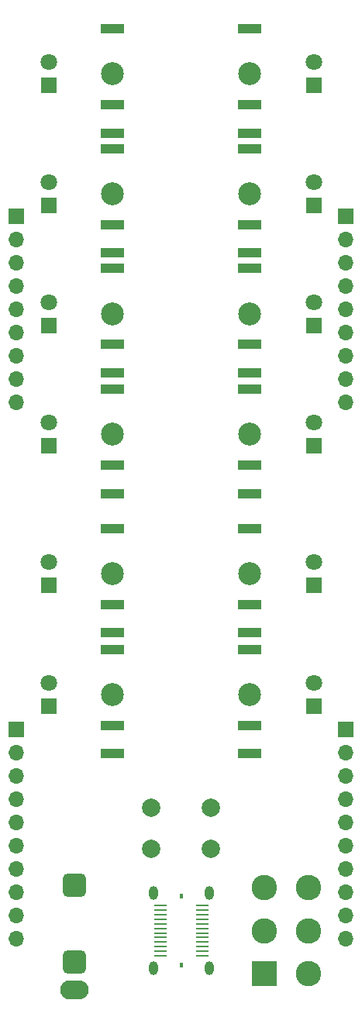
<source format=gbr>
G04 #@! TF.GenerationSoftware,KiCad,Pcbnew,8.0.4*
G04 #@! TF.CreationDate,2024-08-08T14:54:58+01:00*
G04 #@! TF.ProjectId,MidiMonger_controls,4d696469-4d6f-46e6-9765-725f636f6e74,rev?*
G04 #@! TF.SameCoordinates,Original*
G04 #@! TF.FileFunction,Soldermask,Top*
G04 #@! TF.FilePolarity,Negative*
%FSLAX46Y46*%
G04 Gerber Fmt 4.6, Leading zero omitted, Abs format (unit mm)*
G04 Created by KiCad (PCBNEW 8.0.4) date 2024-08-08 14:54:58*
%MOMM*%
%LPD*%
G01*
G04 APERTURE LIST*
G04 Aperture macros list*
%AMRoundRect*
0 Rectangle with rounded corners*
0 $1 Rounding radius*
0 $2 $3 $4 $5 $6 $7 $8 $9 X,Y pos of 4 corners*
0 Add a 4 corners polygon primitive as box body*
4,1,4,$2,$3,$4,$5,$6,$7,$8,$9,$2,$3,0*
0 Add four circle primitives for the rounded corners*
1,1,$1+$1,$2,$3*
1,1,$1+$1,$4,$5*
1,1,$1+$1,$6,$7*
1,1,$1+$1,$8,$9*
0 Add four rect primitives between the rounded corners*
20,1,$1+$1,$2,$3,$4,$5,0*
20,1,$1+$1,$4,$5,$6,$7,0*
20,1,$1+$1,$6,$7,$8,$9,0*
20,1,$1+$1,$8,$9,$2,$3,0*%
G04 Aperture macros list end*
%ADD10R,1.700000X1.700000*%
%ADD11O,1.700000X1.700000*%
%ADD12R,1.800000X1.800000*%
%ADD13C,1.800000*%
%ADD14C,2.500000*%
%ADD15R,2.500000X1.000000*%
%ADD16C,2.000000*%
%ADD17O,0.400000X0.600000*%
%ADD18R,1.400000X0.270000*%
%ADD19O,1.000000X1.500000*%
%ADD20R,2.775000X2.775000*%
%ADD21C,2.775000*%
%ADD22RoundRect,0.650000X-0.650000X-0.650000X0.650000X-0.650000X0.650000X0.650000X-0.650000X0.650000X0*%
%ADD23O,3.100000X2.100000*%
G04 APERTURE END LIST*
D10*
X138000000Y-124000000D03*
D11*
X138000000Y-126540000D03*
X138000000Y-129080000D03*
X138000000Y-131620000D03*
X138000000Y-134160000D03*
X138000000Y-136700000D03*
X138000000Y-139240000D03*
X138000000Y-141780000D03*
X138000000Y-144320000D03*
X138000000Y-146860000D03*
D10*
X102000000Y-124000000D03*
D11*
X102000000Y-126540000D03*
X102000000Y-129080000D03*
X102000000Y-131620000D03*
X102000000Y-134160000D03*
X102000000Y-136700000D03*
X102000000Y-139240000D03*
X102000000Y-141780000D03*
X102000000Y-144320000D03*
X102000000Y-146860000D03*
D10*
X138000000Y-68000000D03*
D11*
X138000000Y-70540000D03*
X138000000Y-73080000D03*
X138000000Y-75620000D03*
X138000000Y-78160000D03*
X138000000Y-80700000D03*
X138000000Y-83240000D03*
X138000000Y-85780000D03*
X138000000Y-88320000D03*
D10*
X102000000Y-68000000D03*
D11*
X102000000Y-70540000D03*
X102000000Y-73080000D03*
X102000000Y-75620000D03*
X102000000Y-78160000D03*
X102000000Y-80700000D03*
X102000000Y-83240000D03*
X102000000Y-85780000D03*
X102000000Y-88320000D03*
D12*
X134500000Y-53670000D03*
D13*
X134500000Y-51130000D03*
D12*
X134500000Y-66770000D03*
D13*
X134500000Y-64230000D03*
D12*
X134500000Y-93070000D03*
D13*
X134500000Y-90530000D03*
D12*
X105500000Y-66770000D03*
D13*
X105500000Y-64230000D03*
D12*
X105500000Y-79870000D03*
D13*
X105500000Y-77330000D03*
D12*
X105500000Y-93070000D03*
D13*
X105500000Y-90530000D03*
D12*
X134500000Y-108270000D03*
D13*
X134500000Y-105730000D03*
D12*
X105500000Y-121470000D03*
D13*
X105500000Y-118930000D03*
D14*
X127500000Y-78600000D03*
D15*
X127500000Y-85080000D03*
X127500000Y-81980000D03*
X127500000Y-73680000D03*
D14*
X127500000Y-91800000D03*
D15*
X127500000Y-98280000D03*
X127500000Y-95180000D03*
X127500000Y-86880000D03*
D14*
X127500000Y-52400000D03*
D15*
X127500000Y-58880000D03*
X127500000Y-55780000D03*
X127500000Y-47480000D03*
D14*
X127500000Y-65500000D03*
D15*
X127500000Y-71980000D03*
X127500000Y-68880000D03*
X127500000Y-60580000D03*
D14*
X127500000Y-107000000D03*
D15*
X127500000Y-113480000D03*
X127500000Y-110380000D03*
X127500000Y-102080000D03*
D14*
X112500000Y-65500000D03*
D15*
X112500000Y-71980000D03*
X112500000Y-68880000D03*
X112500000Y-60580000D03*
D14*
X127500000Y-120200000D03*
D15*
X127500000Y-126680000D03*
X127500000Y-123580000D03*
X127500000Y-115280000D03*
D12*
X134500000Y-121470000D03*
D13*
X134500000Y-118930000D03*
D14*
X112500000Y-91800000D03*
D15*
X112500000Y-98280000D03*
X112500000Y-95180000D03*
X112500000Y-86880000D03*
D12*
X134500000Y-79870000D03*
D13*
X134500000Y-77330000D03*
D14*
X112500000Y-78600000D03*
D15*
X112500000Y-85080000D03*
X112500000Y-81980000D03*
X112500000Y-73680000D03*
D14*
X112500000Y-120200000D03*
D15*
X112500000Y-126680000D03*
X112500000Y-123580000D03*
X112500000Y-115280000D03*
D12*
X105500000Y-108270000D03*
D13*
X105500000Y-105730000D03*
D12*
X105500000Y-53670000D03*
D13*
X105500000Y-51130000D03*
D14*
X112500000Y-52400000D03*
D15*
X112500000Y-58880000D03*
X112500000Y-55780000D03*
X112500000Y-47480000D03*
D14*
X112500000Y-107000000D03*
D15*
X112500000Y-113480000D03*
X112500000Y-110380000D03*
X112500000Y-102080000D03*
D16*
X116750000Y-132550000D03*
X123250000Y-132550000D03*
X116750000Y-137050000D03*
X123250000Y-137050000D03*
D17*
X120000000Y-142225000D03*
X120000000Y-149775000D03*
D18*
X122300000Y-143250000D03*
X122300000Y-143750000D03*
X122300000Y-144250000D03*
X122300000Y-144750000D03*
X122300000Y-145250000D03*
X122300000Y-145750000D03*
X122300000Y-146250000D03*
X122300000Y-146750000D03*
X122300000Y-147250000D03*
X122300000Y-147750000D03*
X122300000Y-148250000D03*
X122300000Y-148750000D03*
X117700000Y-148750000D03*
X117700000Y-148250000D03*
X117700000Y-147750000D03*
X117700000Y-147250000D03*
X117700000Y-146750000D03*
X117700000Y-146250000D03*
X117700000Y-145750000D03*
X117700000Y-145250000D03*
X117700000Y-144750000D03*
X117700000Y-144250000D03*
X117700000Y-143750000D03*
X117700000Y-143250000D03*
D19*
X123070000Y-141900000D03*
X116930000Y-141900000D03*
X123070000Y-150100000D03*
X116930000Y-150100000D03*
D20*
X129085000Y-150700000D03*
D21*
X129085000Y-146000000D03*
X129085000Y-141300000D03*
X133915000Y-150700000D03*
X133915000Y-146000000D03*
X133915000Y-141300000D03*
D22*
X108300000Y-149380000D03*
D23*
X108300000Y-152480000D03*
D22*
X108300000Y-141080000D03*
M02*

</source>
